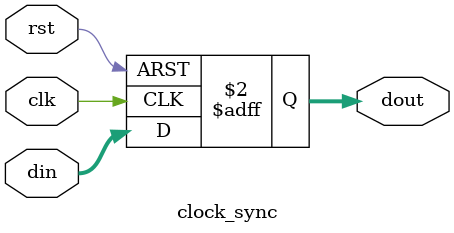
<source format=sv>
module sync_dual_port_ram_with_clock_sync #(
    parameter DATA_WIDTH = 8,
    parameter ADDR_WIDTH = 8
)(
    input wire clk,
    input wire rst,
    input wire we_a, we_b,
    input wire [ADDR_WIDTH-1:0] addr_a, addr_b,
    input wire [DATA_WIDTH-1:0] din_a, din_b,
    output reg [DATA_WIDTH-1:0] dout_a, dout_b
);

    // 实例化内存阵列模块
    ram_array #(
        .DATA_WIDTH(DATA_WIDTH),
        .ADDR_WIDTH(ADDR_WIDTH)
    ) u_ram_array (
        .clk(clk),
        .we_a(we_a),
        .we_b(we_b),
        .addr_a(addr_a),
        .addr_b(addr_b),
        .din_a(din_a),
        .din_b(din_b),
        .dout_a(dout_a),
        .dout_b(dout_b)
    );

endmodule

// 内存阵列子模块
module ram_array #(
    parameter DATA_WIDTH = 8,
    parameter ADDR_WIDTH = 8
)(
    input wire clk,
    input wire we_a, we_b,
    input wire [ADDR_WIDTH-1:0] addr_a, addr_b,
    input wire [DATA_WIDTH-1:0] din_a, din_b,
    output reg [DATA_WIDTH-1:0] dout_a, dout_b
);

    reg [DATA_WIDTH-1:0] ram [(2**ADDR_WIDTH)-1:0];
    wire [DATA_WIDTH-1:0] sub_result_a, sub_result_b;
    wire borrow_a, borrow_b;

    // 实例化先行借位减法器
    carry_lookahead_subtractor #(
        .WIDTH(DATA_WIDTH)
    ) u_sub_a (
        .a(din_a),
        .b(ram[addr_a]),
        .result(sub_result_a),
        .borrow(borrow_a)
    );

    carry_lookahead_subtractor #(
        .WIDTH(DATA_WIDTH)
    ) u_sub_b (
        .a(din_b),
        .b(ram[addr_b]),
        .result(sub_result_b),
        .borrow(borrow_b)
    );

    always @(posedge clk) begin
        if (we_a) ram[addr_a] <= sub_result_a;
        if (we_b) ram[addr_b] <= sub_result_b;
        dout_a <= ram[addr_a];
        dout_b <= ram[addr_b];
    end

endmodule

// 先行借位减法器模块
module carry_lookahead_subtractor #(
    parameter WIDTH = 8
)(
    input wire [WIDTH-1:0] a,
    input wire [WIDTH-1:0] b,
    output wire [WIDTH-1:0] result,
    output wire borrow
);

    wire [WIDTH:0] borrow_out;
    wire [WIDTH-1:0] b_not;
    wire [WIDTH-1:0] p, g;

    assign b_not = ~b;
    assign borrow_out[0] = 1'b1;

    genvar i;
    generate
        for(i = 0; i < WIDTH; i = i + 1) begin : gen_sub
            assign p[i] = a[i] ^ b_not[i];
            assign g[i] = a[i] & b_not[i];
            assign borrow_out[i+1] = g[i] | (p[i] & borrow_out[i]);
            assign result[i] = p[i] ^ borrow_out[i];
        end
    endgenerate

    assign borrow = borrow_out[WIDTH];

endmodule

// 时钟域同步子模块
module clock_sync #(
    parameter DATA_WIDTH = 8
)(
    input wire clk,
    input wire rst,
    input wire [DATA_WIDTH-1:0] din,
    output reg [DATA_WIDTH-1:0] dout
);

    always @(posedge clk or posedge rst) begin
        if (rst) dout <= 0;
        else dout <= din;
    end

endmodule
</source>
